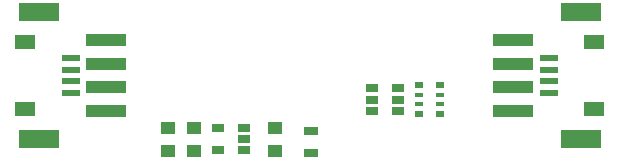
<source format=gtp>
G04 #@! TF.GenerationSoftware,KiCad,Pcbnew,(5.0.0-rc2-dev-444-g2974a2c10)*
G04 #@! TF.CreationDate,2019-11-26T19:34:52-08:00*
G04 #@! TF.ProjectId,StemmaWing_Backpack,5374656D6D6157696E675F4261636B70,v02*
G04 #@! TF.SameCoordinates,Original*
G04 #@! TF.FileFunction,Paste,Top*
G04 #@! TF.FilePolarity,Positive*
%FSLAX46Y46*%
G04 Gerber Fmt 4.6, Leading zero omitted, Abs format (unit mm)*
G04 Created by KiCad (PCBNEW (5.0.0-rc2-dev-444-g2974a2c10)) date 11/26/19 19:34:52*
%MOMM*%
%LPD*%
G01*
G04 APERTURE LIST*
%ADD10R,1.800000X1.200000*%
%ADD11R,1.550000X0.600000*%
%ADD12R,1.250000X1.000000*%
%ADD13R,1.300000X0.700000*%
%ADD14R,0.800000X0.500000*%
%ADD15R,0.800000X0.400000*%
%ADD16R,1.060000X0.650000*%
%ADD17R,3.500000X1.000000*%
%ADD18R,3.400000X1.500000*%
G04 APERTURE END LIST*
D10*
X108762500Y-98050000D03*
X108762500Y-92450000D03*
D11*
X112637500Y-96750000D03*
X112637500Y-95750000D03*
X112637500Y-94750000D03*
X112637500Y-93750000D03*
D10*
X156937500Y-92450000D03*
X156937500Y-98050000D03*
D11*
X153062500Y-93750000D03*
X153062500Y-94750000D03*
X153062500Y-95750000D03*
X153062500Y-96750000D03*
D12*
X129880683Y-99658746D03*
X129880683Y-101658746D03*
X123022683Y-99658746D03*
X123022683Y-101658746D03*
X120863683Y-101658746D03*
X120863683Y-99658746D03*
D13*
X132969000Y-99908746D03*
X132969000Y-101808746D03*
D14*
X143902000Y-98482000D03*
D15*
X143902000Y-97682000D03*
D14*
X143902000Y-96082000D03*
D15*
X143902000Y-96882000D03*
D14*
X142102000Y-98482000D03*
D15*
X142102000Y-96882000D03*
X142102000Y-97682000D03*
D14*
X142102000Y-96082000D03*
D16*
X140292000Y-97282000D03*
X140292000Y-96332000D03*
X140292000Y-98232000D03*
X138092000Y-98232000D03*
X138092000Y-97282000D03*
X138092000Y-96332000D03*
X125097683Y-101558746D03*
X125097683Y-99658746D03*
X127297683Y-99658746D03*
X127297683Y-100608746D03*
X127297683Y-101558746D03*
D17*
X115625000Y-92250000D03*
X115625000Y-94250000D03*
X115625000Y-96250000D03*
X115625000Y-98250000D03*
D18*
X109875000Y-89900000D03*
X109875000Y-100600000D03*
X155825000Y-89900000D03*
X155825000Y-100600000D03*
D17*
X150075000Y-92250000D03*
X150075000Y-94250000D03*
X150075000Y-96250000D03*
X150075000Y-98250000D03*
M02*

</source>
